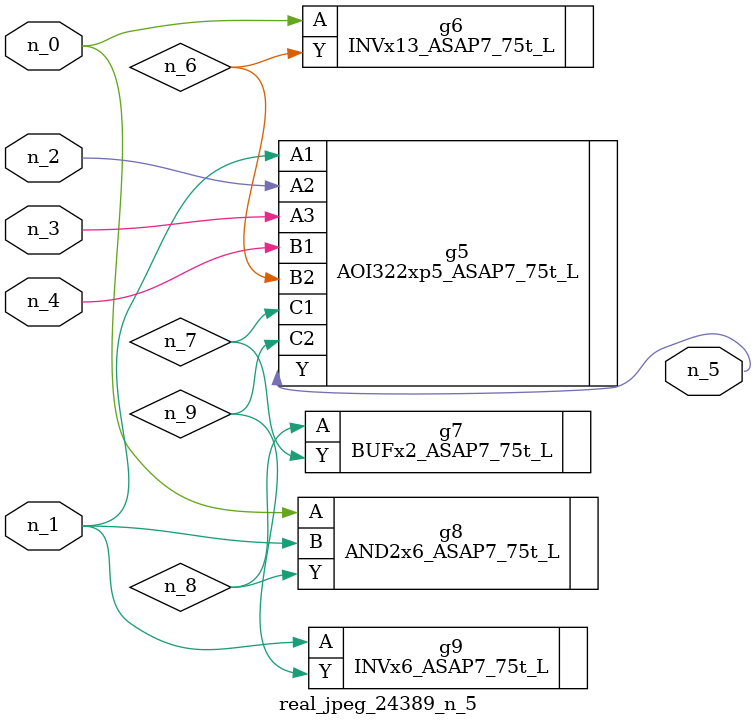
<source format=v>
module real_jpeg_24389_n_5 (n_4, n_0, n_1, n_2, n_3, n_5);

input n_4;
input n_0;
input n_1;
input n_2;
input n_3;

output n_5;

wire n_8;
wire n_6;
wire n_7;
wire n_9;

INVx13_ASAP7_75t_L g6 ( 
.A(n_0),
.Y(n_6)
);

AND2x6_ASAP7_75t_L g8 ( 
.A(n_0),
.B(n_1),
.Y(n_8)
);

AOI322xp5_ASAP7_75t_L g5 ( 
.A1(n_1),
.A2(n_2),
.A3(n_3),
.B1(n_4),
.B2(n_6),
.C1(n_7),
.C2(n_9),
.Y(n_5)
);

INVx6_ASAP7_75t_L g9 ( 
.A(n_1),
.Y(n_9)
);

BUFx2_ASAP7_75t_L g7 ( 
.A(n_8),
.Y(n_7)
);


endmodule
</source>
